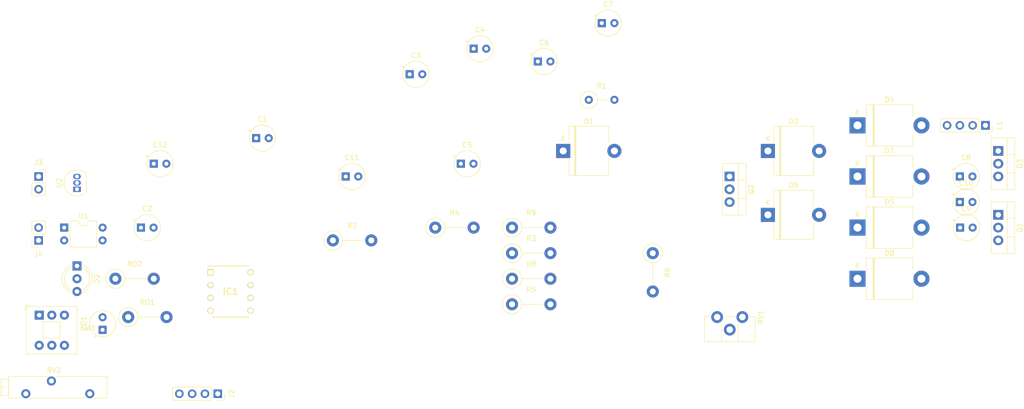
<source format=kicad_pcb>
(kicad_pcb (version 20211014) (generator pcbnew)
  (layers (0 "F.Cu" signal) (31 "B.Cu" signal) (34 "B.Paste" user) (35 "F.Paste" user) (36 "B.SilkS" user "B.Silkscreen") (37 "F.SilkS" user "F.Silkscreen") (38 "B.Mask" user) (39 "F.Mask" user) (44 "Edge.Cuts" user))
  (net 0 "")
  (net 1 "GND")
  (net 2 "Net-(C10-Pad1)")
  (net 3 "+5V")
  (net 4 "Net-(C3-Pad1)")
  (net 5 "Net-(C5-Pad1)")
  (net 6 "Net-(CO1-Pad1)")
  (net 7 "Net-(C12-Pad1)")
  (net 8 "Net-(D3-Pad1)")
  (net 9 "Net-(D4-Pad1)")
  (net 10 "Net-(D1-Pad2)")
  (net 11 "Net-(D2-Pad2)")
  (net 12 "Net-(D3-Pad2)")
  (net 13 "Net-(D5-Pad1)")
  (net 14 "Net-(D5-Pad2)")
  (net 15 "Net-(IC1-Pad6)")
  (net 16 "Net-(J4-Pad1)")
  (net 17 "Net-(IC1-Pad7)")
  (net 18 "Net-(Q2-Pad1)")
  (net 19 "Net-(R6-Pad2)")
  (net 20 "Net-(J2-Pad1)")
  (net 21 "Net-(J2-Pad3)")
  (net 22 "Net-(J4-Pad2)")
  (net 23 "Net-(RV2-Pad2)")
  (net 25 "Net-(RO1-Pad2)")
  (net 26 "Net-(RO2-Pad1)")
  (net 27 "Net-(C1-Pad1)")
  (footprint "Diode_THT:D_5KP_P10.16mm_Horizontal" (layer "F.Cu") (at 193.04 124.46)
    (fp_text reference "D6" (at 5.08 -5.885) (layer "F.SilkS"))
    (fp_text value "1N5819")
    (fp_text user "K" (at 0 -2.4) (layer "F.SilkS"))
    (fp_line (start 9.01 -4.885) (end 9.01 -1.64) (layer "F.SilkS") (width 0.12))
    (fp_line (start 1.15 -4.885) (end 9.01 -4.885) (layer "F.SilkS") (width 0.12))
    (fp_line (start 2.533 -4.885) (end 2.533 4.885) (layer "F.SilkS") (width 0.12))
    (fp_line (start 2.413 -4.885) (end 2.413 4.885) (layer "F.SilkS") (width 0.12))
    (fp_line (start 1.15 -1.64) (end 1.15 -4.885) (layer "F.SilkS") (width 0.12))
    (fp_line (start 1.15 4.885) (end 9.01 4.885) (layer "F.SilkS") (width 0.12))
    (fp_line (start 9.01 4.885) (end 9.01 1.64) (layer "F.SilkS") (width 0.12))
    (fp_line (start 2.293 -4.885) (end 2.293 4.885) (layer "F.SilkS") (width 0.12))
    (fp_line (start 1.15 1.64) (end 1.15 4.885) (layer "F.SilkS") (width 0.12))
    (pad "1" thru_hole rect (at 0 0) (size 2.8 2.8) (drill 1.4) (layers *.Cu *.Mask) (net 8 "Net-(D3-Pad1)"))
    (pad "2" thru_hole oval (at 10.16 0) (size 2.8 2.8) (drill 1.4) (layers *.Cu *.Mask) (net 14 "Net-(D5-Pad2)"))
  )
  (footprint "Capacitor_THT:CP_Radial_Tantal_D5.0mm_P2.50mm" (layer "F.Cu") (at 231.14 121.92)
    (fp_text reference "C10" (at 1.25 -3.75) (layer "F.SilkS"))
    (fp_text value "1uF")
    (fp_line (start -1.304775 -1.725) (end -1.304775 -1.225) (layer "F.SilkS") (width 0.12))
    (fp_line (start -1.554775 -1.475) (end -1.054775 -1.475) (layer "F.SilkS") (width 0.12))
    (fp_circle (center 1.25 0) (end 3.87 0) (layer "F.SilkS") (width 0.12) (fill none))
    (pad "1" thru_hole rect (at 0 0) (size 1.6 1.6) (drill 0.8) (layers *.Cu *.Mask) (net 2 "Net-(C10-Pad1)"))
    (pad "2" thru_hole circle (at 2.5 0) (size 1.6 1.6) (drill 0.8) (layers *.Cu *.Mask) (net 1 "GND"))
  )
  (footprint "ATTINY13-20PU:DIP794W56P254L959H533Q8N" (layer "F.Cu") (at 86.36 139.7)
    (fp_text reference "IC1" (at 0 0) (layer "F.SilkS") (effects (font (size 1.27 1.27) (thickness 0.254))))
    (fp_text value "ATTINY13-20PU" hide)
    (fp_line (start -4.548 -5.08) (end 3.556 -5.08) (layer "F.SilkS") (width 0.2))
    (fp_line (start -3.556 5.08) (end 3.556 5.08) (layer "F.SilkS") (width 0.2))
    (pad "1" thru_hole rect (at -3.969 -3.81 90) (size 1.159 1.159) (drill 0.759) (layers *.Cu *.Mask "F.SilkS") (net 3 "+5V"))
    (pad "2" thru_hole circle (at -3.969 -1.27 90) (size 1.159 1.159) (drill 0.759) (layers *.Cu *.Mask "F.SilkS") (net 5 "Net-(C5-Pad1)"))
    (pad "3" thru_hole circle (at -3.969 1.27 90) (size 1.159 1.159) (drill 0.759) (layers *.Cu *.Mask "F.SilkS") (net 4 "Net-(C3-Pad1)"))
    (pad "4" thru_hole circle (at -3.969 3.81 90) (size 1.159 1.159) (drill 0.759) (layers *.Cu *.Mask "F.SilkS") (net 1 "GND"))
    (pad "5" thru_hole circle (at 3.969 3.81 90) (size 1.159 1.159) (drill 0.759) (layers *.Cu *.Mask "F.SilkS") (net 6 "Net-(CO1-Pad1)"))
    (pad "6" thru_hole circle (at 3.969 1.27 90) (size 1.159 1.159) (drill 0.759) (layers *.Cu *.Mask "F.SilkS") (net 15 "Net-(IC1-Pad6)"))
    (pad "7" thru_hole circle (at 3.969 -1.27 90) (size 1.159 1.159) (drill 0.759) (layers *.Cu *.Mask "F.SilkS") (net 17 "Net-(IC1-Pad7)"))
    (pad "8" thru_hole circle (at 3.969 -3.81 90) (size 1.159 1.159) (drill 0.759) (layers *.Cu *.Mask "F.SilkS") (net 3 "+5V"))
  )
  (footprint "Package_TO_SOT_THT:TO-220-3_Vertical" (layer "F.Cu") (at 185.42 116.84 -90)
    (fp_text reference "Q2" (at 2.54 -4.27 90) (layer "F.SilkS"))
    (fp_text value "IRLZ44N")
    (fp_line (start -2.58 -3.27) (end -2.58 1.371) (layer "F.SilkS") (width 0.12))
    (fp_line (start 0.69 -3.27) (end 0.69 -1.76) (layer "F.SilkS") (width 0.12))
    (fp_line (start -2.58 1.371) (end 7.66 1.371) (layer "F.SilkS") (width 0.12))
    (fp_line (start 7.66 -3.27) (end 7.66 1.371) (layer "F.SilkS") (width 0.12))
    (fp_line (start 4.391 -3.27) (end 4.391 -1.76) (layer "F.SilkS") (width 0.12))
    (fp_line (start -2.58 -3.27) (end 7.66 -3.27) (layer "F.SilkS") (width 0.12))
    (fp_line (start -2.58 -1.76) (end 7.66 -1.76) (layer "F.SilkS") (width 0.12))
    (pad "1" thru_hole rect (at 0 0 270) (size 1.905 2) (drill 1.1) (layers *.Cu *.Mask) (net 18 "Net-(Q2-Pad1)"))
    (pad "2" thru_hole oval (at 2.54 0 270) (size 1.905 2) (drill 1.1) (layers *.Cu *.Mask) (net 8 "Net-(D3-Pad1)"))
    (pad "3" thru_hole oval (at 5.08 0 270) (size 1.905 2) (drill 1.1) (layers *.Cu *.Mask) (net 1 "GND"))
  )
  (footprint "Capacitor_THT:CP_Radial_Tantal_D5.0mm_P2.50mm" (layer "F.Cu") (at 134.62 91.44)
    (fp_text reference "C4" (at 1.25 -3.75) (layer "F.SilkS"))
    (fp_text value "100nF")
    (fp_line (start -1.554775 -1.475) (end -1.054775 -1.475) (layer "F.SilkS") (width 0.12))
    (fp_line (start -1.304775 -1.725) (end -1.304775 -1.225) (layer "F.SilkS") (width 0.12))
    (fp_circle (center 1.25 0) (end 3.87 0) (layer "F.SilkS") (width 0.12) (fill none))
    (pad "1" thru_hole rect (at 0 0) (size 1.6 1.6) (drill 0.8) (layers *.Cu *.Mask) (net 3 "+5V"))
    (pad "2" thru_hole circle (at 2.5 0) (size 1.6 1.6) (drill 0.8) (layers *.Cu *.Mask) (net 1 "GND"))
  )
  (footprint "Capacitor_THT:CP_Radial_Tantal_D5.0mm_P2.50mm" (layer "F.Cu") (at 68.58 127)
    (fp_text reference "C2" (at 1.25 -3.75) (layer "F.SilkS"))
    (fp_text value "470uF")
    (fp_line (start -1.304775 -1.725) (end -1.304775 -1.225) (layer "F.SilkS") (width 0.12))
    (fp_line (start -1.554775 -1.475) (end -1.054775 -1.475) (layer "F.SilkS") (width 0.12))
    (fp_circle (center 1.25 0) (end 3.87 0) (layer "F.SilkS") (width 0.12) (fill none))
    (pad "1" thru_hole rect (at 0 0) (size 1.6 1.6) (drill 0.8) (layers *.Cu *.Mask) (net 2 "Net-(C10-Pad1)"))
    (pad "2" thru_hole circle (at 2.5 0) (size 1.6 1.6) (drill 0.8) (layers *.Cu *.Mask) (net 1 "GND"))
  )
  (footprint "Button_Switch_THT:SW_Push_2P2T_Toggle_CK_PVA2xxH1xxxxxxV2" (layer "F.Cu") (at 48.3775 144.3975)
    (fp_text reference "SW1" (at 9.775 2.54) (layer "F.SilkS"))
    (fp_text value "SW_Push_DPDT")
    (fp_line (start 4.1 1.3) (end 0.8 1.3) (layer "F.SilkS") (width 0.12))
    (fp_line (start 7.52 7.72) (end 7.52 -1.72) (layer "F.SilkS") (width 0.12))
    (fp_line (start 4.1 1.3) (end 4.1 4.6) (layer "F.SilkS") (width 0.12))
    (fp_line (start 7.52 -1.72) (end -2.52 -1.72) (layer "F.SilkS") (width 0.12))
    (fp_line (start -2.77 -0.97) (end -2.77 -1.97) (layer "F.SilkS") (width 0.12))
    (fp_line (start -2.52 7.72) (end -2.52 -1.72) (layer "F.SilkS") (width 0.12))
    (fp_line (start 4.1 4.6) (end 0.8 4.6) (layer "F.SilkS") (width 0.12))
    (fp_line (start 7.52 7.72) (end -2.52 7.72) (layer "F.SilkS") (width 0.12))
    (fp_line (start -1.77 -1.97) (end -2.77 -1.97) (layer "F.SilkS") (width 0.12))
    (fp_line (start 0.8 1.3) (end 0.8 4.6) (layer "F.SilkS") (width 0.12))
    (pad "1" thru_hole rect (at 0 0) (size 1.8 1.8) (drill 0.9) (layers *.Cu *.Mask) (net 6 "Net-(CO1-Pad1)"))
    (pad "2" thru_hole circle (at 2.5 0) (size 1.8 1.8) (drill 0.9) (layers *.Cu *.Mask) (net 1 "GND"))
    (pad "3" thru_hole circle (at 5 0) (size 1.8 1.8) (drill 0.9) (layers *.Cu *.Mask) (net 26 "Net-(RO2-Pad1)"))
    (pad "4" thru_hole circle (at 0 6) (size 1.8 1.8) (drill 0.9) (layers *.Cu *.Mask) (net 23 "Net-(RV2-Pad2)"))
    (pad "5" thru_hole circle (at 2.5 6) (size 1.8 1.8) (drill 0.9) (layers *.Cu *.Mask) (net 4 "Net-(C3-Pad1)"))
    (pad "6" thru_hole circle (at 5 6) (size 1.8 1.8) (drill 0.9) (layers *.Cu *.Mask))
  )
  (footprint "Capacitor_THT:CP_Radial_Tantal_D5.0mm_P2.50mm" (layer "F.Cu") (at 160.06 86.36)
    (fp_text reference "C7" (at 1.25 -3.75) (layer "F.SilkS"))
    (fp_text value "470uF")
    (fp_line (start -1.304775 -1.725) (end -1.304775 -1.225) (layer "F.SilkS") (width 0.12))
    (fp_line (start -1.554775 -1.475) (end -1.054775 -1.475) (layer "F.SilkS") (width 0.12))
    (fp_circle (center 1.25 0) (end 3.87 0) (layer "F.SilkS") (width 0.12) (fill none))
    (pad "1" thru_hole rect (at 0 0) (size 1.6 1.6) (drill 0.8) (layers *.Cu *.Mask) (net 2 "Net-(C10-Pad1)"))
    (pad "2" thru_hole circle (at 2.5 0) (size 1.6 1.6) (drill 0.8) (layers *.Cu *.Mask) (net 1 "GND"))
  )
  (footprint "Resistor_THT:R_Axial_DIN0411_L9.9mm_D3.6mm_P7.62mm_Vertical" (layer "F.Cu") (at 142.24 132.08)
    (fp_text reference "R3" (at 3.81 -2.92) (layer "F.SilkS"))
    (fp_text value "10k")
    (fp_line (start 1.92 0) (end 6.12 0) (layer "F.SilkS") (width 0.12))
    (fp_circle (center 0 0) (end 1.92 0) (layer "F.SilkS") (width 0.12) (fill none))
    (pad "1" thru_hole circle (at 0 0) (size 2.4 2.4) (drill 1.2) (layers *.Cu *.Mask) (net 6 "Net-(CO1-Pad1)"))
    (pad "2" thru_hole oval (at 7.62 0) (size 2.4 2.4) (drill 1.2) (layers *.Cu *.Mask) (net 3 "+5V"))
  )
  (footprint "Potentiometer_THT:Potentiometer_Bourns_3005_Horizontal" (layer "F.Cu") (at 58.42 160.02)
    (fp_text reference "RV2" (at -7.11 -4.69) (layer "F.SilkS"))
    (fp_text value "-")
    (fp_line (start -16.121 -2.89) (end -16.121 0.35) (layer "F.SilkS") (width 0.12))
    (fp_line (start 0.77 0.88) (end 3.42 0.88) (layer "F.SilkS") (width 0.12))
    (fp_line (start -16.12 -3.42) (end -8.389 -3.42) (layer "F.SilkS") (width 0.12))
    (fp_line (start 3.42 -3.42) (end 3.42 0.88) (layer "F.SilkS") (width 0.12))
    (fp_line (start -6.85 -3.42) (end 3.42 -3.42) (layer "F.SilkS") (width 0.12))
    (fp_line (start -11.93 0.88) (end -0.769 0.88) (layer "F.SilkS") (width 0.12))
    (fp_line (start -16.12 0.88) (end -13.469 0.88) (layer "F.SilkS") (width 0.12))
    (fp_line (start -16.12 -3.42) (end -16.12 0.88) (layer "F.SilkS") (width 0.12))
    (fp_line (start -17.64 -2.89) (end -17.64 0.35) (layer "F.SilkS") (width 0.12))
    (fp_line (start -17.64 -2.89) (end -16.121 -2.89) (layer "F.SilkS") (width 0.12))
    (fp_line (start -17.64 -1.27) (end -16.881 -1.27) (layer "F.SilkS") (width 0.12))
    (fp_line (start -17.64 0.35) (end -16.121 0.35) (layer "F.SilkS") (width 0.12))
    (pad "1" thru_hole circle (at 0 0) (size 1.8 1.8) (drill 1) (layers *.Cu *.Mask) (net 1 "GND"))
    (pad "2" thru_hole circle (at -7.62 -2.54) (size 1.8 1.8) (drill 1) (layers *.Cu *.Mask) (net 23 "Net-(RV2-Pad2)"))
    (pad "3" thru_hole circle (at -12.7 0) (size 1.8 1.8) (drill 1) (layers *.Cu *.Mask) (net 3 "+5V"))
  )
  (footprint "Package_TO_SOT_THT:TO-220-3_Vertical" (layer "F.Cu") (at 238.76 124.46 -90)
    (fp_text reference "Q1" (at 2.54 -4.27 90) (layer "F.SilkS"))
    (fp_text value "IRLZ44N")
    (fp_line (start -2.58 -3.27) (end -2.58 1.371) (layer "F.SilkS") (width 0.12))
    (fp_line (start -2.58 -1.76) (end 7.66 -1.76) (layer "F.SilkS") (width 0.12))
    (fp_line (start -2.58 1.371) (end 7.66 1.371) (layer "F.SilkS") (width 0.12))
    (fp_line (start 0.69 -3.27) (end 0.69 -1.76) (layer "F.SilkS") (width 0.12))
    (fp_line (start -2.58 -3.27) (end 7.66 -3.27) (layer "F.SilkS") (width 0.12))
    (fp_line (start 4.391 -3.27) (end 4.391 -1.76) (layer "F.SilkS") (width 0.12))
    (fp_line (start 7.66 -3.27) (end 7.66 1.371) (layer "F.SilkS") (width 0.12))
    (pad "1" thru_hole rect (at 0 0 270) (size 1.905 2) (drill 1.1) (layers *.Cu *.Mask) (net 14 "Net-(D5-Pad2)"))
    (pad "2" thru_hole oval (at 2.54 0 270) (size 1.905 2) (drill 1.1) (layers *.Cu *.Mask) (net 21 "Net-(J2-Pad3)"))
    (pad "3" thru_hole oval (at 5.08 0 270) (size 1.905 2) (drill 1.1) (layers *.Cu *.Mask) (net 1 "GND"))
  )
  (footprint "Diode_THT:D_5KP_P10.16mm_Horizontal" (layer "F.Cu") (at 152.4 111.76)
    (fp_text reference "D1" (at 5.08 -5.885) (layer "F.SilkS"))
    (fp_text value "4148")
    (fp_text user "K" (at 0 -2.4) (layer "F.SilkS"))
    (fp_line (start 2.293 -4.885) (end 2.293 4.885) (layer "F.SilkS") (width 0.12))
    (fp_line (start 9.01 -4.885) (end 9.01 -1.64) (layer "F.SilkS") (width 0.12))
    (fp_line (start 2.533 -4.885) (end 2.533 4.885) (layer "F.SilkS") (width 0.12))
    (fp_line (start 1.15 1.64) (end 1.15 4.885) (layer "F.SilkS") (width 0.12))
    (fp_line (start 1.15 -1.64) (end 1.15 -4.885) (layer "F.SilkS") (width 0.12))
    (fp_line (start 1.15 4.885) (end 9.01 4.885) (layer "F.SilkS") (width 0.12))
    (fp_line (start 9.01 4.885) (end 9.01 1.64) (layer "F.SilkS") (width 0.12))
    (fp_line (start 1.15 -4.885) (end 9.01 -4.885) (layer "F.SilkS") (width 0.12))
    (fp_line (start 2.413 -4.885) (end 2.413 4.885) (layer "F.SilkS") (width 0.12))
    (pad "1" thru_hole rect (at 0 0) (size 2.8 2.8) (drill 1.4) (layers *.Cu *.Mask) (net 27 "Net-(C1-Pad1)"))
    (pad "2" thru_hole oval (at 10.16 0) (size 2.8 2.8) (drill 1.4) (layers *.Cu *.Mask) (net 10 "Net-(D1-Pad2)"))
  )
  (footprint "Connector_PinSocket_2.54mm:PinSocket_1x04_P2.54mm_Vertical" (layer "F.Cu") (at 236.22 106.68 -90)
    (fp_text reference "L1" (at 0 -2.77 90) (layer "F.SilkS"))
    (fp_text value "L_Iron_Coupled_1243")
    (fp_line (start 0 -1.33) (end 1.33 -1.33) (layer "F.SilkS") (width 0.12))
    (fp_line (start -1.33 1.27) (end 1.33 1.27) (layer "F.SilkS") (width 0.12))
    (fp_line (start 1.33 1.27) (end 1.33 8.95) (layer "F.SilkS") (width 0.12))
    (fp_line (start -1.33 1.27) (end -1.33 8.95) (layer "F.SilkS") (width 0.12))
    (fp_line (start -1.33 8.95) (end 1.33 8.95) (layer "F.SilkS") (width 0.12))
    (fp_line (start 1.33 -1.33) (end 1.33 0) (layer "F.SilkS") (width 0.12))
    (pad "1" thru_hole rect (at 0 0 270) (size 1.7 1.7) (drill 1) (layers *.Cu *.Mask) (net 7 "Net-(C12-Pad1)"))
    (pad "2" thru_hole oval (at 0 2.54 270) (size 1.7 1.7) (drill 1) (layers *.Cu *.Mask) (net 1 "GND"))
    (pad "3" thru_hole oval (at 0 5.08 270) (size 1.7 1.7) (drill 1) (layers *.Cu *.Mask) (net 12 "Net-(D3-Pad2)"))
    (pad "4" thru_hole oval (at 0 7.62 270) (size 1.7 1.7) (drill 1) (layers *.Cu *.Mask) (net 14 "Net-(D5-Pad2)"))
  )
  (footprint "Capacitor_THT:CP_Radial_Tantal_D5.0mm_P2.50mm" (layer "F.Cu") (at 109.22 116.84)
    (fp_text reference "C11" (at 1.25 -3.75) (layer "F.SilkS"))
    (fp_text value "220uF")
    (fp_line (start -1.554775 -1.475) (end -1.054775 -1.475) (layer "F.SilkS") (width 0.12))
    (fp_line (start -1.304775 -1.725) (end -1.304775 -1.225) (layer "F.SilkS") (width 0.12))
    (fp_circle (center 1.25 0) (end 3.87 0) (layer "F.SilkS") (width 0.12) (fill none))
    (pad "1" thru_hole rect (at 0 0) (size 1.6 1.6) (drill 0.8) (layers *.Cu *.Mask) (net 3 "+5V"))
    (pad "2" thru_hole circle (at 2.5 0) (size 1.6 1.6) (drill 0.8) (layers *.Cu *.Mask) (net 1 "GND"))
  )
  (footprint "Capacitor_THT:CP_Radial_Tantal_D5.0mm_P2.50mm" (layer "F.Cu") (at 231.18 127)
    (fp_text reference "C9" (at 1.25 -3.75) (layer "F.SilkS"))
    (fp_text value "1uF")
    (fp_line (start -1.304775 -1.725) (end -1.304775 -1.225) (layer "F.SilkS") (width 0.12))
    (fp_line (start -1.554775 -1.475) (end -1.054775 -1.475) (layer "F.SilkS") (width 0.12))
    (fp_circle (center 1.25 0) (end 3.87 0) (layer "F.SilkS") (width 0.12) (fill none))
    (pad "1" thru_hole rect (at 0 0) (size 1.6 1.6) (drill 0.8) (layers *.Cu *.Mask) (net 2 "Net-(C10-Pad1)"))
    (pad "2" thru_hole circle (at 2.5 0) (size 1.6 1.6) (drill 0.8) (layers *.Cu *.Mask) (net 1 "GND"))
  )
  (footprint "Diode_THT:D_5KPW_P12.70mm_Horizontal" (layer "F.Cu") (at 210.82 137.16)
    (fp_text reference "D8" (at 6.35 -5.12) (layer "F.SilkS"))
    (fp_text value "15V")
    (fp_text user "K" (at 0 -2.6) (layer "F.SilkS"))
    (fp_line (start 3.08 -4.12) (end 3.08 4.12) (layer "F.SilkS") (width 0.12))
    (fp_line (start 1.73 -4.12) (end 10.97 -4.12) (layer "F.SilkS") (width 0.12))
    (fp_line (start 3.2 -4.12) (end 3.2 4.12) (layer "F.SilkS") (width 0.12))
    (fp_line (start 1.73 1.84) (end 1.73 4.12) (layer "F.SilkS") (width 0.12))
    (fp_line (start 1.73 -1.84) (end 1.73 -4.12) (layer "F.SilkS") (width 0.12))
    (fp_line (start 10.97 -4.12) (end 10.97 -1.84) (layer "F.SilkS") (width 0.12))
    (fp_line (start 1.73 4.12) (end 10.97 4.12) (layer "F.SilkS") (width 0.12))
    (fp_line (start 10.97 4.12) (end 10.97 1.84) (layer "F.SilkS") (width 0.12))
    (fp_line (start 3.32 -4.12) (end 3.32 4.12) (layer "F.SilkS") (width 0.12))
    (pad "1" thru_hole rect (at 0 0) (size 3.2 3.2) (drill 1.6) (layers *.Cu *.Mask) (net 13 "Net-(D5-Pad1)"))
    (pad "2" thru_hole oval (at 12.7 0) (size 3.2 3.2) (drill 1.6) (layers *.Cu *.Mask) (net 1 "GND"))
  )
  (footprint "Capacitor_THT:CP_Radial_Tantal_D5.0mm_P2.50mm" (layer "F.Cu") (at 231.14 116.84)
    (fp_text reference "C8" (at 1.25 -3.75) (layer "F.SilkS"))
    (fp_text value "1uF")
    (fp_line (start -1.304775 -1.725) (end -1.304775 -1.225) (layer "F.SilkS") (width 0.12))
    (fp_line (start -1.554775 -1.475) (end -1.054775 -1.475) (layer "F.SilkS") (width 0.12))
    (fp_circle (center 1.25 0) (end 3.87 0) (layer "F.SilkS") (width 0.12) (fill none))
    (pad "1" thru_hole rect (at 0 0) (size 1.6 1.6) (drill 0.8) (layers *.Cu *.Mask) (net 2 "Net-(C10-Pad1)"))
    (pad "2" thru_hole circle (at 2.5 0) (size 1.6 1.6) (drill 0.8) (layers *.Cu *.Mask) (net 1 "GND"))
  )
  (footprint "Potentiometer_THT:Potentiometer_ACP_CA9-H2,5_Horizontal" (layer "F.Cu") (at 187.96 144.78 -90)
    (fp_text reference "RV1" (at 0 -3.65 90) (layer "F.SilkS"))
    (fp_text value "1k")
    (fp_line (start -0.121 -2.521) (end 4.92 -2.521) (layer "F.SilkS") (width 0.12))
    (fp_line (start -0.121 7.52) (end 4.92 7.52) (layer "F.SilkS") (width 0.12))
    (fp_line (start -0.121 6.425) (end -0.121 7.52) (layer "F.SilkS") (width 0.12))
    (fp_line (start -0.121 1.426) (end -0.121 3.575) (layer "F.SilkS") (width 0.12))
    (fp_line (start -0.121 -2.521) (end -0.121 -1.426) (layer "F.SilkS") (width 0.12))
    (fp_line (start -0.121 1.426) (end -0.121 3.575) (layer "F.SilkS") (width 0.12))
    (fp_line (start 4.92 -2.521) (end 4.92 7.52) (layer "F.SilkS") (width 0.12))
    (fp_line (start 1.237 0.88) (end 4.92 0.88) (layer "F.SilkS") (width 0.12))
    (fp_line (start 4.92 0.88) (end 4.92 4.12) (layer "F.SilkS") (width 0.12))
    (fp_line (start 1.237 4.12) (end 4.92 4.12) (layer "F.SilkS") (width 0.12))
    (pad "1" thru_hole circle (at 0 0 270) (size 2.34 2.34) (drill 1.3) (layers *.Cu *.Mask) (net 3 "+5V"))
    (pad "2" thru_hole circle (at 2.5 2.5 270) (size 2.34 2.34) (drill 1.3) (layers *.Cu *.Mask) (net 19 "Net-(R6-Pad2)"))
    (pad "3" thru_hole circle (at 0 5 270) (size 2.34 2.34) (drill 1.3) (layers *.Cu *.Mask) (net 1 "GND"))
  )
  (footprint "Capacitor_THT:CP_Radial_Tantal_D5.0mm_P2.50mm" (layer "F.Cu") (at 71.12 114.3)
    (fp_text reference "C12" (at 1.25 -3.75) (layer "F.SilkS"))
    (fp_text value "tun")
    (fp_line (start -1.304775 -1.725) (end -1.304775 -1.225) (layer "F.SilkS") (width 0.12))
    (fp_line (start -1.554775 -1.475) (end -1.054775 -1.475) (layer "F.SilkS") (width 0.12))
    (fp_circle (center 1.25 0) (end 3.87 0) (layer "F.SilkS") (width 0.12) (fill none))
    (pad "1" thru_hole rect (at 0 0) (size 1.6 1.6) (drill 0.8) (layers *.Cu *.Mask) (net 7 "Net-(C12-Pad1)"))
    (pad "2" thru_hole circle (at 2.5 0) (size 1.6 1.6) (drill 0.8) (layers *.Cu *.Mask) (net 1 "GND"))
  )
  (footprint "Resistor_THT:R_Axial_DIN0411_L9.9mm_D3.6mm_P7.62mm_Vertical" (layer "F.Cu") (at 106.68 129.54)
    (fp_text reference "R2" (at 3.81 -2.92) (layer "F.SilkS"))
    (fp_text value "10k")
    (fp_line (start 1.92 0) (end 6.12 0) (layer "F.SilkS") (width 0.12))
    (fp_circle (center 0 0) (end 1.92 0) (layer "F.SilkS") (width 0.12) (fill none))
    (pad "1" thru_hole circle (at 0 0) (size 2.4 2.4) (drill 1.2) (layers *.Cu *.Mask) (net 4 "Net-(C3-Pad1)"))
    (pad "2" thru_hole oval (at 7.62 0) (size 2.4 2.4) (drill 1.2) (layers *.Cu *.Mask) (net 1 "GND"))
  )
  (footprint "Connector_PinSocket_2.54mm:PinSocket_1x02_P2.54mm_Vertical" (layer "F.Cu") (at 48.26 129.54 180)
    (fp_text reference "J4" (at 0 -2.77) (layer "F.SilkS"))
    (fp_text value "OPT")
    (fp_line (start 0 -1.33) (end 1.33 -1.33) (layer "F.SilkS") (width 0.12))
    (fp_line (start -1.33 1.27) (end -1.33 3.87) (layer "F.SilkS") (width 0.12))
    (fp_line (start 1.33 -1.33) (end 1.33 0) (layer "F.SilkS") (width 0.12))
    (fp_line (start 1.33 1.27) (end 1.33 3.87) (layer "F.SilkS") (width 0.12))
    (fp_line (start -1.33 3.87) (end 1.33 3.87) (layer "F.SilkS") (width 0.12))
    (fp_line (start -1.33 1.27) (end 1.33 1.27) (layer "F.SilkS") (width 0.12))
    (pad "1" thru_hole rect (at 0 0 180) (size 1.7 1.7) (drill 1) (layers *.Cu *.Mask) (net 16 "Net-(J4-Pad1)"))
    (pad "2" thru_hole oval (at 0 2.54 180) (size 1.7 1.7) (drill 1) (layers *.Cu *.Mask) (net 22 "Net-(J4-Pad2)"))
  )
  (footprint "Package_DIP:DIP-4_W7.62mm" (layer "F.Cu") (at 53.34 127)
    (fp_text reference "U1" (at 3.81 -2.33) (layer "F.SilkS"))
    (fp_text value "EL817")
    (fp_line (start 2.81 -1.33) (end 1.16 -1.33) (layer "F.SilkS") (width 0.12))
    (fp_line (start 1.16 -1.33) (end 1.16 3.87) (layer "F.SilkS") (width 0.12))
    (fp_line (start 6.46 -1.33) (end 4.81 -1.33) (layer "F.SilkS") (width 0.12))
    (fp_line (start 1.16 3.87) (end 6.46 3.87) (layer "F.SilkS") (width 0.12))
    (fp_line (start 6.46 3.87) (end 6.46 -1.33) (layer "F.SilkS") (width 0.12))
    (fp_arc (start 4.81 -1.33) (mid 3.81 -0.33) (end 2.81 -1.33) (layer "F.SilkS") (width 0.12))
    (pad "1" thru_hole rect (at 0 0) (size 1.6 1.6) (drill 0.8) (layers *.Cu *.Mask) (net 25 "Net-(RO1-Pad2)"))
    (pad "2" thru_hole oval (at 0 2.54) (size 1.6 1.6) (drill 0.8) (layers *.Cu *.Mask) (net 22 "Net-(J4-Pad2)"))
    (pad "3" thru_hole oval (at 7.62 2.54) (size 1.6 1.6) (drill 0.8) (layers *.Cu *.Mask) (net 26 "Net-(RO2-Pad1)"))
    (pad "4" thru_hole oval (at 7.62 0) (size 1.6 1.6) (drill 0.8) (layers *.Cu *.Mask) (net 3 "+5V"))
  )
  (footprint "Capacitor_THT:CP_Radial_Tantal_D5.0mm_P2.50mm" (layer "F.Cu") (at 147.36 93.98)
    (fp_text reference "C6" (at 1.25 -3.75) (layer "F.SilkS"))
    (fp_text value "470uF")
    (fp_line (start -1.554775 -1.475) (end -1.054775 -1.475) (layer "F.SilkS") (width 0.12))
    (fp_line (start -1.304775 -1.725) (end -1.304775 -1.225) (layer "F.SilkS") (width 0.12))
    (fp_circle (center 1.25 0) (end 3.87 0) (layer "F.SilkS") (width 0.12) (fill none))
    (pad "1" thru_hole rect (at 0 0) (size 1.6 1.6) (drill 0.8) (layers *.Cu *.Mask) (net 2 "Net-(C10-Pad1)"))
    (pad "2" thru_hole circle (at 2.5 0) (size 1.6 1.6) (drill 0.8) (layers *.Cu *.Mask) (net 1 "GND"))
  )
  (footprint "Capacitor_THT:CP_Radial_Tantal_D5.0mm_P2.50mm" (layer "F.Cu") (at 121.92 96.52)
    (fp_text reference "C3" (at 1.25 -3.75) (layer "F.SilkS"))
    (fp_text value "100pf")
    (fp_line (start -1.554775 -1.475) (end -1.054775 -1.475) (layer "F.SilkS") (width 0.12))
    (fp_line (start -1.304775 -1.725) (end -1.304775 -1.225) (layer "F.SilkS") (width 0.12))
    (fp_circle (center 1.25 0) (end 3.87 0) (layer "F.SilkS") (width 0.12) (fill none))
    (pad "1" thru_hole rect (at 0 0) (size 1.6 1.6) (drill 0.8) (layers *.Cu *.Mask) (net 4 "Net-(C3-Pad1)"))
    (pad "2" thru_hole circle (at 2.5 0) (size 1.6 1.6) (drill 0.8) (layers *.Cu *.Mask) (net 1 "GND"))
  )
  (footprint "Connector_PinSocket_2.54mm:PinSocket_1x02_P2.54mm_Vertical" (layer "F.Cu") (at 48.26 116.84)
    (fp_text reference "J3" (at 0 -2.77) (layer "F.SilkS"))
    (fp_text value "POWER")
    (fp_line (start -1.33 3.87) (end 1.33 3.87) (layer "F.SilkS") (width 0.12))
    (fp_line (start 0 -1.33) (end 1.33 -1.33) (layer "F.SilkS") (width 0.12))
    (fp_line (start -1.33 1.27) (end -1.33 3.87) (layer "F.SilkS") (width 0.12))
    (fp_line (start 1.33 -1.33) (end 1.33 0) (layer "F.SilkS") (width 0.12))
    (fp_line (start 1.33 1.27) (end 1.33 3.87) (layer "F.SilkS") (width 0.12))
    (fp_line (start -1.33 1.27) (end 1.33 1.27) (layer "F.SilkS") (width 0.12))
    (pad "1" thru_hole rect (at 0 0) (size 1.7 1.7) (drill 1) (layers *.Cu *.Mask) (net 1 "GND"))
    (pad "2" thru_hole oval (at 0 2.54) (size 1.7 1.7) (drill 1) (layers *.Cu *.Mask) (net 2 "Net-(C10-Pad1)"))
  )
  (footprint "Resistor_THT:R_Axial_DIN0411_L9.9mm_D3.6mm_P7.62mm_Vertical" (layer "F.Cu") (at 142.24 137.16)
    (fp_text reference "R8" (at 3.81 -2.92) (layer "F.SilkS"))
    (fp_text value "2,7k")
    (fp_line (start 1.92 0) (end 6.12 0) (layer "F.SilkS") (width 0.12))
    (fp_circle (center 0 0) (end 1.92 0) (layer "F.SilkS") (width 0.12) (fill none))
    (pad "1" thru_hole circle (at 0 0) (size 2.4 2.4) (drill 1.2) (layers *.Cu *.Mask) (net 15 "Net-(IC1-Pad6)"))
    (pad "2" thru_hole oval (at 7.62 0) (size 2.4 2.4) (drill 1.2) (layers *.Cu *.Mask) (net 11 "Net-(D2-Pad2)"))
  )
  (footprint "Capacitor_THT:CP_Radial_Tantal_D5.0mm_P2.50mm" (layer "F.Cu") (at 91.44 109.22)
    (fp_text reference "C1" (at 1.25 -3.75) (layer "F.SilkS"))
    (fp_text value "1uF")
    (fp_line (start -1.304775 -1.725) (end -1.304775 -1.225) (layer "F.SilkS") (width 0.12))
    (fp_line (start -1.554775 -1.475) (end -1.054775 -1.475) (layer "F.SilkS") (width 0.12))
    (fp_circle (center 1.25 0) (end 3.87 0) (layer "F.SilkS") (width 0.12) (fill none))
    (pad "1" thru_hole rect (at 0 0) (size 1.6 1.6) (drill 0.8) (layers *.Cu *.Mask) (net 27 "Net-(C1-Pad1)"))
    (pad "2" thru_hole circle (at 2.5 0) (size 1.6 1.6) (drill 0.8) (layers *.Cu *.Mask) (net 1 "GND"))
  )
  (footprint "Resistor_THT:R_Axial_DIN0411_L9.9mm_D3.6mm_P7.62mm_Vertical" (layer "F.Cu") (at 127 127)
    (fp_text reference "R4" (at 3.81 -2.92) (layer "F.SilkS"))
    (fp_text value "47k")
    (fp_line (start 1.92 0) (end 6.12 0) (layer "F.SilkS") (width 0.12))
    (fp_circle (center 0 0) (end 1.92 0) (layer "F.SilkS") (width 0.12) (fill none))
    (pad "1" thru_hole circle (at 0 0) (size 2.4 2.4) (drill 1.2) (layers *.Cu *.Mask) (net 5 "Net-(C5-Pad1)"))
    (pad "2" thru_hole oval (at 7.62 0) (size 2.4 2.4) (drill 1.2) (layers *.Cu *.Mask) (net 17 "Net-(IC1-Pad7)"))
  )
  (footprint "Resistor_THT:R_Axial_DIN0411_L9.9mm_D3.6mm_P7.62mm_Vertical" (layer "F.Cu") (at 142.24 142.24)
    (fp_text reference "R5" (at 3.81 -2.92) (layer "F.SilkS"))
    (fp_text value "100")
    (fp_line (start 1.92 0) (end 6.12 0) (layer "F.SilkS") (width 0.12))
    (fp_circle (center 0 0) (end 1.92 0) (layer "F.SilkS") (width 0.12) (fill none))
    (pad "1" thru_hole circle (at 0 0) (size 2.4 2.4) (drill 1.2) (layers *.Cu *.Mask) (net 17 "Net-(IC1-Pad7)"))
    (pad "2" thru_hole oval (at 7.62 0) (size 2.4 2.4) (drill 1.2) (layers *.Cu *.Mask) (net 18 "Net-(Q2-Pad1)"))
  )
  (footprint "Resistor_THT:R_Axial_DIN0411_L9.9mm_D3.6mm_P7.62mm_Vertical" (layer "F.Cu") (at 66.04 144.78)
    (fp_text reference "RO1" (at 3.81 -2.92) (layer "F.SilkS"))
    (fp_text value "R")
    (fp_line (start 1.92 0) (end 6.12 0) (layer "F.SilkS") (width 0.12))
    (fp_circle (center 0 0) (end 1.92 0) (layer "F.SilkS") (width 0.12) (fill none))
    (pad "1" thru_hole circle (at 0 0) (size 2.4 2.4) (drill 1.2) (layers *.Cu *.Mask) (net 16 "Net-(J4-Pad1)"))
    (pad "2" thru_hole oval (at 7.62 0) (size 2.4 2.4) (drill 1.2) (layers *.Cu *.Mask) (net 25 "Net-(RO1-Pad2)"))
  )
  (footprint "Connector_PinSocket_2.54mm:PinSocket_1x04_P2.54mm_Vertical" (layer "F.Cu") (at 83.82 160.02 -90)
    (fp_text reference "J2" (at 0 -2.77 90) (layer "F.SilkS"))
    (fp_text value "COILS")
    (fp_line (start -1.33 1.27) (end -1.33 8.95) (layer "F.SilkS") (width 0.12))
    (fp_line (start 0 -1.33) (end 1.33 -1.33) (layer "F.SilkS") (width 0.12))
    (fp_line (start 1.33 -1.33) (end 1.33 0) (layer "F.SilkS") (width 0.12))
    (fp_line (start -1.33 1.27) (end 1.33 1.27) (layer "F.SilkS") (width 0.12))
    (fp_line (start -1.33 8.95) (end 1.33 8.95) (layer "F.SilkS") (width 0.12))
    (fp_line (start 1.33 1.27) (end 1.33 8.95) (layer "F.SilkS") (width 0.12))
    (pad "1" thru_hole rect (at 0 0 270) (size 1.7 1.7) (drill 1) (layers *.Cu *.Mask) (net 20 "Net-(J2-Pad1)"))
    (pad "2" thru_hole oval (at 0 2.54 270) (size 1.7 1.7) (drill 1) (layers *.Cu *.Mask) (net 2 "Net-(C10-Pad1)"))
    (pad "3" thru_hole oval (at 0 5.08 270) (size 1.7 1.7) (drill 1) (layers *.Cu *.Mask) (net 21 "Net-(J2-Pad3)"))
    (pad "4" thru_hole oval (at 0 7.62 270) (size 1.7 1.7) (drill 1) (layers *.Cu *.Mask) (net 7 "Net-(C12-Pad1)"))
  )
  (footprint "LED_THT:LED_D5.0mm-3" (layer "F.Cu") (at 55.88 134.62 -90)
    (fp_text reference "D2" (at 2.54 -3.96 -90) (layer "F.SilkS"))
    (fp_text value "LED")
    (fp_line (start -0.02 -1.545) (end -0.02 -1.08) (layer "F.SilkS") (width 0.12))
    (fp_line (start -0.02 1.08) (end -0.02 1.545) (layer "F.SilkS") (width 0.12))
    (fp_arc (start 4.794479 1.080429) (mid 2.539762 2.5) (end 0.285316 1.08) (layer "F.SilkS") (width 0.12))
    (fp_arc (start 0.285316 -1.08) (mid 2.539762 -2.5) (end 4.794479 -1.080429) (layer "F.SilkS") (width 0.12))
    (fp_arc (start -0.02 -1.54483) (mid 2.798456 -2.978809) (end 5.327815 -1.080827) (layer "F.SilkS") (width 0.12))
    (fp_arc (start 5.327815 1.080827) (mid 2.798456 2.978808) (end -0.02 1.54483) (layer "F.SilkS") (width 0.12))
    (pad "1" thru_hole rect (at 0 0 270) (size 1.8 1.8) (drill 0.9) (layers *.Cu *.Mask) (net 1 "GND"))
    (pad "2" thru_hole circle (at 2.54 0 270) (size 1.8 1.8) (drill 0.9) (layers *.Cu *.Mask) (net 11 "Net-(D2-Pad2)"))
    (pad "3" thru_hole circle (at 5.08 0 270) (size 1.8 1.8) (drill 0.9) (layers *.Cu *.Mask))
  )
  (footprint "Diode_THT:D_5KPW_P12.70mm_Horizontal" (layer "F.Cu") (at 210.82 127)
    (fp_text reference "D5" (at 6.35 -5.12) (layer "F.SilkS"))
    (fp_text value "10V")
    (fp_text user "K" (at 0 -2.6) (layer "F.SilkS"))
    (fp_line (start 3.08 -4.12) (end 3.08 4.12) (layer "F.SilkS") (width 0.12))
    (fp_line (start 10.97 -4.12) (end 10.97 -1.84) (layer "F.SilkS") (width 0.12))
    (fp_line (start 10.97 4.12) (end 10.97 1.84) (layer "F.SilkS") (width 0.12))
    (fp_line (start 3.2 -4.12) (end 3.2 4.12) (layer "F.SilkS") (width 0.12))
    (fp_line (start 3.32 -4.12) (end 3.32 4.12) (layer "F.SilkS") (width 0.12))
    (fp_line (start 1.73 -4.12) (end 10.97 -4.12) (layer "F.SilkS") (width 0.12))
    (fp_line (start 1.73 1.84) (end 1.73 4.12) (layer "F.SilkS") (width 0.12))
    (fp_line (start 1.73 4.12) (end 10.97 4.12) (layer "F.SilkS") (width 0.12))
    (fp_line (start 1.73 -1.84) (end 1.73 -4.12) (layer "F.SilkS") (width 0.12))
    (pad "1" thru_hole rect (at 0 0) (size 3.2 3.2) (drill 1.6) (layers *.Cu *.Mask) (net 13 "Net-(D5-Pad1)"))
    (pad "2" thru_hole oval (at 12.7 0) (size 3.2 3.2) (drill 1.6) (layers *.Cu *.Mask) (net 14 "Net-(D5-Pad2)"))
  )
  (footprint "Diode_THT:D_5KP_P10.16mm_Horizontal" (layer "F.Cu") (at 193.04 111.76)
    (fp_text reference "D3" (at 5.08 -5.885) (layer "F.SilkS"))
    (fp_text value "1N5819")
    (fp_text user "K" (at 0 -2.4) (layer "F.SilkS"))
    (fp_line (start 1.15 4.885) (end 9.01 4.885) (layer "F.SilkS") (width 0.12))
    (fp_line (start 1.15 1.64) (end 1.15 4.885) (layer "F.SilkS") (width 0.12))
    (fp_line (start 2.293 -4.885) (end 2.293 4.885) (layer "F.SilkS") (width 0.12))
    (fp_line (start 1.15 -1.64) (end 1.15 -4.885) (layer "F.SilkS") (width 0.12))
    (fp_line (start 9.01 4.885) (end 9.01 1.64) (layer "F.SilkS") (width 0.12))
    (fp_line (start 1.15 -4.885) (end 9.01 -4.885) (layer "F.SilkS") (width 0.12))
    (fp_line (start 9.01 -4.885) (end 9.01 -1.64) (layer "F.SilkS") (width 0.12))
    (fp_line (start 2.533 -4.885) (end 2.533 4.885) (layer "F.SilkS") (width 0.12))
    (fp_line (start 2.413 -4.885) (end 2.413 4.885) (layer "F.SilkS") (width 0.12))
    (pad "1" thru_hole rect (at 0 0) (size 2.8 2.8) (drill 1.4) (layers *.Cu *.Mask) (net 8 "Net-(D3-Pad1)"))
    (pad "2" thru_hole oval (at 10.16 0) (size 2.8 2.8) (drill 1.4) (layers *.Cu *.Mask) (net 12 "Net-(D3-Pad2)"))
  )
  (footprint "Diode_THT:D_5KPW_P12.70mm_Horizontal" (layer "F.Cu") (at 210.82 106.68)
    (fp_text reference "D4" (at 6.35 -5.12) (layer "F.SilkS"))
    (fp_text value "10V")
    (fp_text user "K" (at 0 -2.6) (layer "F.SilkS"))
    (fp_line (start 3.08 -4.12) (end 3.08 4.12) (layer "F.SilkS") (width 0.12))
    (fp_line (start 1.73 -1.84) (end 1.73 -4.12) (layer "F.SilkS") (width 0.12))
    (fp_line (start 1.73 4.12) (end 10.97 4.12) (layer "F.SilkS") (width 0.12))
    (fp_line (start 3.32 -4.12) (end 3.32 4.12) (layer "F.SilkS") (width 0.12))
    (fp_line (start 10.97 4.12) (end 10.97 1.84) (layer "F.SilkS") (width 0.12))
    (fp_line (start 10.97 -4.12) (end 10.97 -1.84) (layer "F.SilkS") (width 0.12))
    (fp_line (start 1.73 -4.12) (end 10.97 -4.12) (layer "F.SilkS") (width 0.12))
    (fp_line (start 1.73 1.84) (end 1.73 4.12) (layer "F.SilkS") (width 0.12))
    (fp_line (start 3.2 -4.12) (end 3.2 4.12) (layer "F.SilkS") (width 0.12))
    (pad "1" thru_hole rect (at 0 0) (size 3.2 3.2) (drill 1.6) (layers *.Cu *.Mask) (net 9 "Net-(D4-Pad1)"))
    (pad "2" thru_hole oval (at 12.7 0) (size 3.2 3.2) (drill 1.6) (layers *.Cu *.Mask) (net 12 "Net-(D3-Pad2)"))
  )
  (footprint "Resistor_THT:R_Axial_DIN0411_L9.9mm_D3.6mm_P7.62mm_Vertical" (layer "F.Cu") (at 170.18 132.08 -90)
    (fp_text reference "R6" (at 3.81 -2.92 -90) (layer "F.SilkS"))
    (fp_text value "200")
    (fp_line (start 1.92 0) (end 6.12 0) (layer "F.SilkS") (width 0.12))
    (fp_circle (center 0 0) (end 1.92 0) (layer "F.SilkS") (width 0.12) (fill none))
    (pad "1" thru_hole circle (at 0 0 270) (size 2.4 2.4) (drill 1.2) (layers *.Cu *.Mask) (net 14 "Net-(D5-Pad2)"))
    (pad "2" thru_hole oval (at 7.62 0 270) (size 2.4 2.4) (drill 1.2) (layers *.Cu *.Mask) (net 19 "Net-(R6-Pad2)"))
  )
  (footprint "Resistor_THT:R_Axial_DIN0411_L9.9mm_D3.6mm_P7.62mm_Vertical" (layer "F.Cu") (at 63.5 137.16)
    (fp_text reference "RO2" (at 3.81 -2.92) (layer "F.SilkS"))
    (fp_text value "R")
    (fp_line (start 1.92 0) (end 6.12 0) (layer "F.SilkS") (width 0.12))
    (fp_circle (center 0 0) (end 1.92 0) (layer "F.SilkS") (width 0.12) (fill none))
    (pad "1" thru_hole circle (at 0 0) (size 2.4 2.4) (drill 1.2) (layers *.Cu *.Mask) (net 26 "Net-(RO2-Pad1)"))
    (pad "2" thru_hole oval (at 7.62 0) (size 2.4 2.4) (drill 1.2) (layers *.Cu *.Mask) (net 1 "GND"))
  )
  (footprint "Capacitor_THT:CP_Radial_Tantal_D5.0mm_P2.50mm" (layer "F.Cu") (at 132.08 114.3)
    (fp_text reference "C5" (at 1.25 -3.75) (layer "F.SilkS"))
    (fp_text value "1uF")
    (fp_line (start -1.554775 -1.475) (end -1.054775 -1.475) (layer "F.SilkS") (width 0.12))
    (fp_line (start -1.304775 -1.725) (end -1.304775 -1.225) (layer "F.SilkS") (width 0.12))
    (fp_circle (center 1.25 0) (end 3.87 0) (layer "F.SilkS") (width 0.12) (fill none))
    (pad "1" thru_hole rect (at 0 0) (size 1.6 1.6) (drill 0.8) (layers *.Cu *.Mask) (net 5 "Net-(C5-Pad1)"))
    (pad "2" thru_hole circle (at 2.5 0) (size 1.6 1.6) (drill 0.8) (layers *.Cu *.Mask) (net 3 "+5V"))
  )
  (footprint "Package_TO_SOT_THT:TO-92_Inline" (layer "F.Cu") (at 55.88 119.38 90)
    (fp_text reference "U2" (at 1.27 -3.56 90) (layer "F.SilkS"))
    (fp_text value "L78L05")
    (fp_line (start -0.53 1.85) (end 3.07 1.85) (layer "F.SilkS") (width 0.12))
    (fp_arc (start -0.568478 1.838478) (mid -1.132087 -0.994977) (end 1.27 -2.6) (layer "F.SilkS") (width 0.12))
    (fp_arc (start 1.27 -2.6) (mid 3.672087 -0.994977) (end 3.108478 1.838478) (layer "F.SilkS") (width 0.12))
    (pad "1" thru_hole rect (at 0 0 90) (size 1.05 1.5) (drill 0.75) (layers *.Cu *.Mask) (net 3 "+5V"))
    (pad "2" thru_hole oval (at 1.27 0 90) (size 1.05 1.5) (drill 0.75) (layers *.Cu *.Mask) (net 1 "GND"))
    (pad "3" thru_hole oval (at 2.54 0 90) (size 1.05 1.5) (drill 0.75) (layers *.Cu *.Mask) (net 27 "Net-(C1-Pad1)"))
  )
  (footprint "Resistor_THT:R_Axial_DIN0309_L9.0mm_D3.2mm_P5.08mm_Vertical" (layer "F.Cu") (at 157.48 101.6)
    (fp_text reference "R1" (at 2.54 -2.72) (layer "F.SilkS"))
    (fp_text value "22")
    (fp_line (start 1.72 0) (end 3.98 0) (layer "F.SilkS") (width 0.12))
    (fp_circle (center 0 0) (end 1.72 0) (layer "F.SilkS") (width 0.12) (fill none))
    (pad "1" thru_hole circle (at 0 0) (size 1.6 1.6) (drill 0.8) (layers *.Cu *.Mask) (net 2 "Net-(C10-Pad1)"))
    (pad "2" thru_hole oval (at 5.08 0) (size 1.6 1.6) (drill 0.8) (layers *.Cu *.Mask) (net 10 "Net-(D1-Pad2)"))
  )
  (footprint "Package_TO_SOT_THT:TO-220-3_Vertical" (layer "F.Cu") (at 238.76 111.76 -90)
    (fp_text reference "Q3" (at 2.54 -4.27 90) (layer "F.SilkS"))
    (fp_text value "IRLZ44N")
    (fp_line (start -2.58 1.371) (end 7.66 1.371) (layer "F.SilkS") (width 0.12))
    (fp_line (start 0.69 -3.27) (end 0.69 -1.76) (layer "F.SilkS") (width 0.12))
    (fp_line (start 4.391 -3.27) (end 4.391 -1.76) (layer "F.SilkS") (width 0.12))
    (fp_line (start -2.58 -1.76) (end 7.66 -1.76) (layer "F.SilkS") (width 0.12))
    (fp_line (start 7.66 -3.27) (end 7.66 1.371) (layer "F.SilkS") (width 0.12))
    (fp_line (start -2.58 -3.27) (end 7.66 -3.27) (layer "F.SilkS") (width 0.12))
    (fp_line (start -2.58 -3.27) (end -2.58 1.371) (layer "F.SilkS") (width 0.12))
    (pad "1" thru_hole rect (at 0 0 270) (size 1.905 2) (drill 1.1) (layers *.Cu *.Mask) (net 12 "Net-(D3-Pad2)"))
    (pad "2" thru_hole oval (at 2.54 0 270) (size 1.905 2) (drill 1.1) (layers *.Cu *.Mask) (net 20 "Net-(J2-Pad1)"))
    (pad "3" thru_hole oval (at 5.08 0 270) (size 1.905 2) (drill 1.1) (layers *.Cu *.Mask) (net 1 "GND"))
  )
  (footprint "Capacitor_THT:CP_Radial_Tantal_D5.0mm_P2.50mm" (layer "F.Cu") (at 60.96 147.32 90)
    (fp_text reference "CO1" (at 1.25 -3.75 90) (layer "F.SilkS"))
    (fp_text value "C")
    (fp_line (start -1.304775 -1.725) (end -1.304775 -1.225) (layer "F.SilkS") (width 0.12))
    (fp_line (start -1.554775 -1.475) (end -1.054775 -1.475) (layer "F.SilkS") (width 0.12))
    (fp_circle (center 1.25 0) (end 3.87 0) (layer "F.SilkS") (width 0.12) (fill none))
    (pad "1" thru_hole rect (at 0 0 90) (size 1.6 1.6) (drill 0.8) (layers *.Cu *.Mask) (net 6 "Net-(CO1-Pad1)"))
    (pad "2" thru_hole circle (at 2.5 0 90) (size 1.6 1.6) (drill 0.8) (layers *.Cu *.Mask) (net 1 "GND"))
  )
  (footprint "Resistor_THT:R_Axial_DIN0411_L9.9mm_D3.6mm_P7.62mm_Vertical" (layer "F.Cu") (at 142.24 127)
    (fp_text reference "R9" (at 3.81 -2.92) (layer "F.SilkS"))
    (fp_text value "10k")
    (fp_line (start 1.92 0) (end 6.12 0) (layer "F.SilkS") (width 0.12))
    (fp_circle (center 0 0) (end 1.92 0) (layer "F.SilkS") (width 0.12) (fill none))
    (pad "1" thru_hole circle (at 0 0) (size 2.4 2.4) (drill 1.2) (layers *.Cu *.Mask) (net 17 "Net-(IC1-Pad7)"))
    (pad "2" thru_hole oval (at 7.62 0) (size 2.4 2.4) (drill 1.2) (layers *.Cu *.Mask) (net 3 "+5V"))
  )
  (footprint "Diode_THT:D_5KPW_P12.70mm_Horizontal" (layer "F.Cu") (at 210.82 116.84)
    (fp_text reference "D7" (at 6.35 -5.12) (layer "F.SilkS"))
    (fp_text value "15V")
    (fp_text user "K" (at 0 -2.6) (layer "F.SilkS"))
    (fp_line (start 3.32 -4.12) (end 3.32 4.12) (layer "F.SilkS") (width 0.12))
    (fp_line (start 10.97 4.12) (end 10.97 1.84) (layer "F.SilkS") (width 0.12))
    (fp_line (start 1.73 4.12) (end 10.97 4.12) (layer "F.SilkS") (width 0.12))
    (fp_line (start 1.73 -4.12) (end 10.97 -4.12) (layer "F.SilkS") (width 0.12))
    (fp_line (start 1.73 1.84) (end 1.73 4.12) (layer "F.SilkS") (width 0.12))
    (fp_line (start 10.97 -4.12) (end 10.97 -1.84) (layer "F.SilkS") (width 0.12))
    (fp_line (start 1.73 -1.84) (end 1.73 -4.12) (layer "F.SilkS") (width 0.12))
    (fp_line (start 3.08 -4.12) (end 3.08 4.12) (layer "F.SilkS") (width 0.12))
    (fp_line (start 3.2 -4.12) (end 3.2 4.12) (layer "F.SilkS") (width 0.12))
    (pad "1" thru_hole rect (at 0 0) (size 3.2 3.2) (drill 1.6) (layers *.Cu *.Mask) (net 9 "Net-(D4-Pad1)"))
    (pad "2" thru_hole oval (at 12.7 0) (size 3.2 3.2) (drill 1.6) (layers *.Cu *.Mask) (net 1 "GND"))
  )
)
</source>
